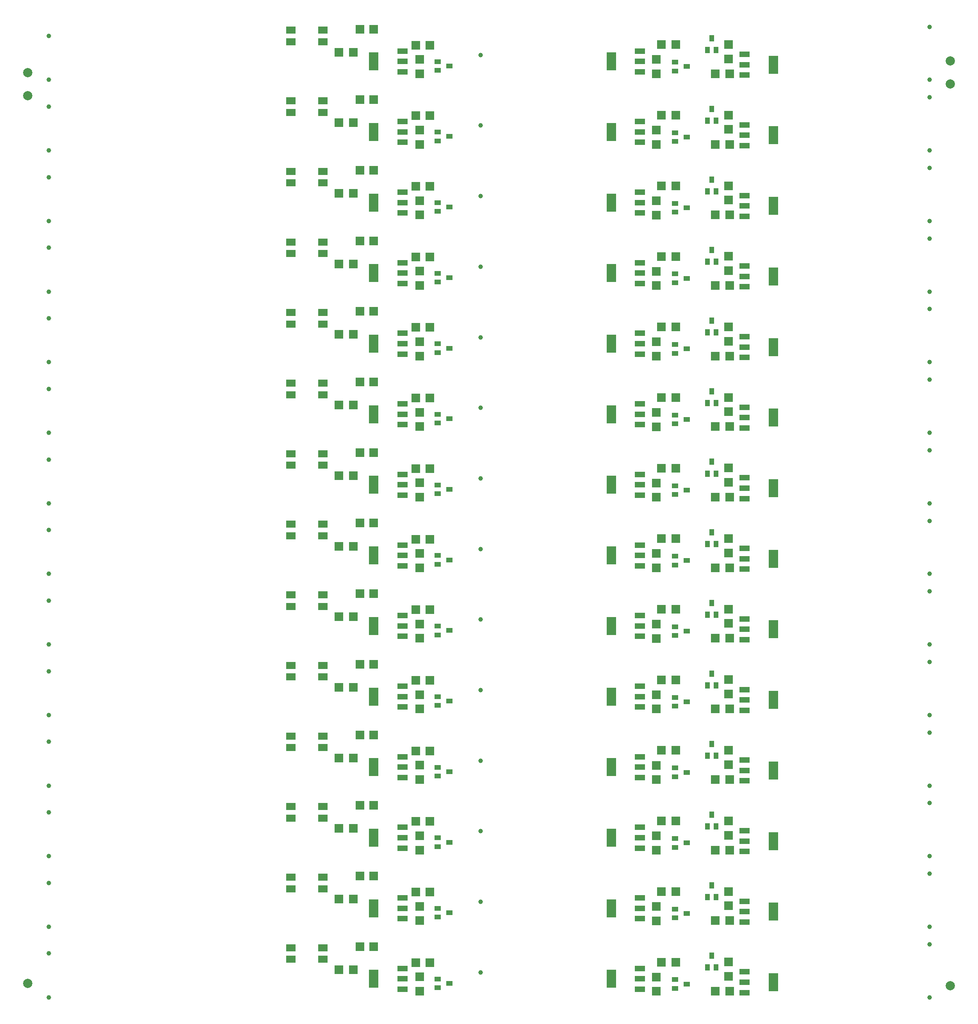
<source format=gtp>
G04 Layer_Color=8421504*
%FSLAX44Y44*%
%MOMM*%
G71*
G01*
G75*
%ADD10C,2.0000*%
%ADD12R,1.8500X1.8500*%
%ADD13R,1.8500X1.8500*%
%ADD14R,1.8500X1.9500*%
%ADD15R,2.3000X1.2000*%
%ADD16R,2.0000X4.0000*%
%ADD17R,1.4000X1.0000*%
%ADD18R,1.0000X1.4000*%
%ADD19R,2.0000X1.5000*%
%ADD21C,1.0000*%
D10*
X2025000Y2050000D02*
D03*
Y2000000D02*
D03*
X25000Y50000D02*
D03*
X2025000Y45000D02*
D03*
X25000Y2025000D02*
D03*
Y1975000D02*
D03*
D12*
X866000Y95250D02*
D03*
X897000D02*
D03*
X1399000Y96250D02*
D03*
X1430000D02*
D03*
X730500Y80000D02*
D03*
X699500D02*
D03*
X1547000Y33250D02*
D03*
X1516000D02*
D03*
X866000Y248250D02*
D03*
X897000D02*
D03*
X1399000Y249250D02*
D03*
X1430000D02*
D03*
X730500Y233000D02*
D03*
X699500D02*
D03*
X1547000Y186250D02*
D03*
X1516000D02*
D03*
X866000Y401250D02*
D03*
X897000D02*
D03*
X1399000Y402250D02*
D03*
X1430000D02*
D03*
X730500Y386000D02*
D03*
X699500D02*
D03*
X1547000Y339250D02*
D03*
X1516000D02*
D03*
X866000Y554250D02*
D03*
X897000D02*
D03*
X1399000Y555250D02*
D03*
X1430000D02*
D03*
X730500Y539000D02*
D03*
X699500D02*
D03*
X1547000Y492250D02*
D03*
X1516000D02*
D03*
X866000Y707250D02*
D03*
X897000D02*
D03*
X1399000Y708250D02*
D03*
X1430000D02*
D03*
X730500Y692000D02*
D03*
X699500D02*
D03*
X1547000Y645250D02*
D03*
X1516000D02*
D03*
X866000Y860250D02*
D03*
X897000D02*
D03*
X1399000Y861250D02*
D03*
X1430000D02*
D03*
X730500Y845000D02*
D03*
X699500D02*
D03*
X1547000Y798250D02*
D03*
X1516000D02*
D03*
X866000Y1013250D02*
D03*
X897000D02*
D03*
X1399000Y1014250D02*
D03*
X1430000D02*
D03*
X730500Y998000D02*
D03*
X699500D02*
D03*
X1547000Y951250D02*
D03*
X1516000D02*
D03*
X866000Y1166250D02*
D03*
X897000D02*
D03*
X1399000Y1167250D02*
D03*
X1430000D02*
D03*
X730500Y1151000D02*
D03*
X699500D02*
D03*
X1547000Y1104250D02*
D03*
X1516000D02*
D03*
X866000Y1319250D02*
D03*
X897000D02*
D03*
X1399000Y1320250D02*
D03*
X1430000D02*
D03*
X730500Y1304000D02*
D03*
X699500D02*
D03*
X1547000Y1257250D02*
D03*
X1516000D02*
D03*
X866000Y1472250D02*
D03*
X897000D02*
D03*
X1399000Y1473250D02*
D03*
X1430000D02*
D03*
X730500Y1457000D02*
D03*
X699500D02*
D03*
X1547000Y1410250D02*
D03*
X1516000D02*
D03*
X866000Y1625250D02*
D03*
X897000D02*
D03*
X1399000Y1626250D02*
D03*
X1430000D02*
D03*
X730500Y1610000D02*
D03*
X699500D02*
D03*
X1547000Y1563250D02*
D03*
X1516000D02*
D03*
X866000Y1778250D02*
D03*
X897000D02*
D03*
X1399000Y1779250D02*
D03*
X1430000D02*
D03*
X730500Y1763000D02*
D03*
X699500D02*
D03*
X1547000Y1716250D02*
D03*
X1516000D02*
D03*
X866000Y1931250D02*
D03*
X897000D02*
D03*
X1399000Y1932250D02*
D03*
X1430000D02*
D03*
X730500Y1916000D02*
D03*
X699500D02*
D03*
X1547000Y1869250D02*
D03*
X1516000D02*
D03*
X866000Y2084250D02*
D03*
X897000D02*
D03*
X1399000Y2085250D02*
D03*
X1430000D02*
D03*
X730500Y2069000D02*
D03*
X699500D02*
D03*
X1547000Y2022250D02*
D03*
X1516000D02*
D03*
D13*
X874500Y33250D02*
D03*
Y64250D02*
D03*
X1388000Y33000D02*
D03*
Y64000D02*
D03*
X1544250Y96500D02*
D03*
Y65500D02*
D03*
X874500Y186250D02*
D03*
Y217250D02*
D03*
X1388000Y186000D02*
D03*
Y217000D02*
D03*
X1544250Y249500D02*
D03*
Y218500D02*
D03*
X874500Y339250D02*
D03*
Y370250D02*
D03*
X1388000Y339000D02*
D03*
Y370000D02*
D03*
X1544250Y402500D02*
D03*
Y371500D02*
D03*
X874500Y492250D02*
D03*
Y523250D02*
D03*
X1388000Y492000D02*
D03*
Y523000D02*
D03*
X1544250Y555500D02*
D03*
Y524500D02*
D03*
X874500Y645250D02*
D03*
Y676250D02*
D03*
X1388000Y645000D02*
D03*
Y676000D02*
D03*
X1544250Y708500D02*
D03*
Y677500D02*
D03*
X874500Y798250D02*
D03*
Y829250D02*
D03*
X1388000Y798000D02*
D03*
Y829000D02*
D03*
X1544250Y861500D02*
D03*
Y830500D02*
D03*
X874500Y951250D02*
D03*
Y982250D02*
D03*
X1388000Y951000D02*
D03*
Y982000D02*
D03*
X1544250Y1014500D02*
D03*
Y983500D02*
D03*
X874500Y1104250D02*
D03*
Y1135250D02*
D03*
X1388000Y1104000D02*
D03*
Y1135000D02*
D03*
X1544250Y1167500D02*
D03*
Y1136500D02*
D03*
X874500Y1257250D02*
D03*
Y1288250D02*
D03*
X1388000Y1257000D02*
D03*
Y1288000D02*
D03*
X1544250Y1320500D02*
D03*
Y1289500D02*
D03*
X874500Y1410250D02*
D03*
Y1441250D02*
D03*
X1388000Y1410000D02*
D03*
Y1441000D02*
D03*
X1544250Y1473500D02*
D03*
Y1442500D02*
D03*
X874500Y1563250D02*
D03*
Y1594250D02*
D03*
X1388000Y1563000D02*
D03*
Y1594000D02*
D03*
X1544250Y1626500D02*
D03*
Y1595500D02*
D03*
X874500Y1716250D02*
D03*
Y1747250D02*
D03*
X1388000Y1716000D02*
D03*
Y1747000D02*
D03*
X1544250Y1779500D02*
D03*
Y1748500D02*
D03*
X874500Y1869250D02*
D03*
Y1900250D02*
D03*
X1388000Y1869000D02*
D03*
Y1900000D02*
D03*
X1544250Y1932500D02*
D03*
Y1901500D02*
D03*
X874500Y2022250D02*
D03*
Y2053250D02*
D03*
X1388000Y2022000D02*
D03*
Y2053000D02*
D03*
X1544250Y2085500D02*
D03*
Y2054500D02*
D03*
D14*
X745000Y130000D02*
D03*
X775000D02*
D03*
X745000Y283000D02*
D03*
X775000D02*
D03*
X745000Y436000D02*
D03*
X775000D02*
D03*
X745000Y589000D02*
D03*
X775000D02*
D03*
X745000Y742000D02*
D03*
X775000D02*
D03*
X745000Y895000D02*
D03*
X775000D02*
D03*
X745000Y1048000D02*
D03*
X775000D02*
D03*
X745000Y1201000D02*
D03*
X775000D02*
D03*
X745000Y1354000D02*
D03*
X775000D02*
D03*
X745000Y1507000D02*
D03*
X775000D02*
D03*
X745000Y1660000D02*
D03*
X775000D02*
D03*
X745000Y1813000D02*
D03*
X775000D02*
D03*
X745000Y1966000D02*
D03*
X775000D02*
D03*
X745000Y2119000D02*
D03*
X775000D02*
D03*
D15*
X837500Y37500D02*
D03*
Y60000D02*
D03*
Y82500D02*
D03*
X1352500Y37500D02*
D03*
Y60000D02*
D03*
Y82500D02*
D03*
X1579250Y75250D02*
D03*
Y52750D02*
D03*
Y30250D02*
D03*
X837500Y190500D02*
D03*
Y213000D02*
D03*
Y235500D02*
D03*
X1352500Y190500D02*
D03*
Y213000D02*
D03*
Y235500D02*
D03*
X1579250Y228250D02*
D03*
Y205750D02*
D03*
Y183250D02*
D03*
X837500Y343500D02*
D03*
Y366000D02*
D03*
Y388500D02*
D03*
X1352500Y343500D02*
D03*
Y366000D02*
D03*
Y388500D02*
D03*
X1579250Y381250D02*
D03*
Y358750D02*
D03*
Y336250D02*
D03*
X837500Y496500D02*
D03*
Y519000D02*
D03*
Y541500D02*
D03*
X1352500Y496500D02*
D03*
Y519000D02*
D03*
Y541500D02*
D03*
X1579250Y534250D02*
D03*
Y511750D02*
D03*
Y489250D02*
D03*
X837500Y649500D02*
D03*
Y672000D02*
D03*
Y694500D02*
D03*
X1352500Y649500D02*
D03*
Y672000D02*
D03*
Y694500D02*
D03*
X1579250Y687250D02*
D03*
Y664750D02*
D03*
Y642250D02*
D03*
X837500Y802500D02*
D03*
Y825000D02*
D03*
Y847500D02*
D03*
X1352500Y802500D02*
D03*
Y825000D02*
D03*
Y847500D02*
D03*
X1579250Y840250D02*
D03*
Y817750D02*
D03*
Y795250D02*
D03*
X837500Y955500D02*
D03*
Y978000D02*
D03*
Y1000500D02*
D03*
X1352500Y955500D02*
D03*
Y978000D02*
D03*
Y1000500D02*
D03*
X1579250Y993250D02*
D03*
Y970750D02*
D03*
Y948250D02*
D03*
X837500Y1108500D02*
D03*
Y1131000D02*
D03*
Y1153500D02*
D03*
X1352500Y1108500D02*
D03*
Y1131000D02*
D03*
Y1153500D02*
D03*
X1579250Y1146250D02*
D03*
Y1123750D02*
D03*
Y1101250D02*
D03*
X837500Y1261500D02*
D03*
Y1284000D02*
D03*
Y1306500D02*
D03*
X1352500Y1261500D02*
D03*
Y1284000D02*
D03*
Y1306500D02*
D03*
X1579250Y1299250D02*
D03*
Y1276750D02*
D03*
Y1254250D02*
D03*
X837500Y1414500D02*
D03*
Y1437000D02*
D03*
Y1459500D02*
D03*
X1352500Y1414500D02*
D03*
Y1437000D02*
D03*
Y1459500D02*
D03*
X1579250Y1452250D02*
D03*
Y1429750D02*
D03*
Y1407250D02*
D03*
X837500Y1567500D02*
D03*
Y1590000D02*
D03*
Y1612500D02*
D03*
X1352500Y1567500D02*
D03*
Y1590000D02*
D03*
Y1612500D02*
D03*
X1579250Y1605250D02*
D03*
Y1582750D02*
D03*
Y1560250D02*
D03*
X837500Y1720500D02*
D03*
Y1743000D02*
D03*
Y1765500D02*
D03*
X1352500Y1720500D02*
D03*
Y1743000D02*
D03*
Y1765500D02*
D03*
X1579250Y1758250D02*
D03*
Y1735750D02*
D03*
Y1713250D02*
D03*
X837500Y1873500D02*
D03*
Y1896000D02*
D03*
Y1918500D02*
D03*
X1352500Y1873500D02*
D03*
Y1896000D02*
D03*
Y1918500D02*
D03*
X1579250Y1911250D02*
D03*
Y1888750D02*
D03*
Y1866250D02*
D03*
X837500Y2026500D02*
D03*
Y2049000D02*
D03*
Y2071500D02*
D03*
X1352500Y2026500D02*
D03*
Y2049000D02*
D03*
Y2071500D02*
D03*
X1579250Y2064250D02*
D03*
Y2041750D02*
D03*
Y2019250D02*
D03*
D16*
X775000Y60000D02*
D03*
X1290000D02*
D03*
X1641750Y52750D02*
D03*
X775000Y213000D02*
D03*
X1290000D02*
D03*
X1641750Y205750D02*
D03*
X775000Y366000D02*
D03*
X1290000D02*
D03*
X1641750Y358750D02*
D03*
X775000Y519000D02*
D03*
X1290000D02*
D03*
X1641750Y511750D02*
D03*
X775000Y672000D02*
D03*
X1290000D02*
D03*
X1641750Y664750D02*
D03*
X775000Y825000D02*
D03*
X1290000D02*
D03*
X1641750Y817750D02*
D03*
X775000Y978000D02*
D03*
X1290000D02*
D03*
X1641750Y970750D02*
D03*
X775000Y1131000D02*
D03*
X1290000D02*
D03*
X1641750Y1123750D02*
D03*
X775000Y1284000D02*
D03*
X1290000D02*
D03*
X1641750Y1276750D02*
D03*
X775000Y1437000D02*
D03*
X1290000D02*
D03*
X1641750Y1429750D02*
D03*
X775000Y1590000D02*
D03*
X1290000D02*
D03*
X1641750Y1582750D02*
D03*
X775000Y1743000D02*
D03*
X1290000D02*
D03*
X1641750Y1735750D02*
D03*
X775000Y1896000D02*
D03*
X1290000D02*
D03*
X1641750Y1888750D02*
D03*
X775000Y2049000D02*
D03*
X1290000D02*
D03*
X1641750Y2041750D02*
D03*
D17*
X939250Y50250D02*
D03*
X913750Y40750D02*
D03*
Y59750D02*
D03*
X1453500Y48750D02*
D03*
X1428000Y39250D02*
D03*
Y58250D02*
D03*
X939250Y203250D02*
D03*
X913750Y193750D02*
D03*
Y212750D02*
D03*
X1453500Y201750D02*
D03*
X1428000Y192250D02*
D03*
Y211250D02*
D03*
X939250Y356250D02*
D03*
X913750Y346750D02*
D03*
Y365750D02*
D03*
X1453500Y354750D02*
D03*
X1428000Y345250D02*
D03*
Y364250D02*
D03*
X939250Y509250D02*
D03*
X913750Y499750D02*
D03*
Y518750D02*
D03*
X1453500Y507750D02*
D03*
X1428000Y498250D02*
D03*
Y517250D02*
D03*
X939250Y662250D02*
D03*
X913750Y652750D02*
D03*
Y671750D02*
D03*
X1453500Y660750D02*
D03*
X1428000Y651250D02*
D03*
Y670250D02*
D03*
X939250Y815250D02*
D03*
X913750Y805750D02*
D03*
Y824750D02*
D03*
X1453500Y813750D02*
D03*
X1428000Y804250D02*
D03*
Y823250D02*
D03*
X939250Y968250D02*
D03*
X913750Y958750D02*
D03*
Y977750D02*
D03*
X1453500Y966750D02*
D03*
X1428000Y957250D02*
D03*
Y976250D02*
D03*
X939250Y1121250D02*
D03*
X913750Y1111750D02*
D03*
Y1130750D02*
D03*
X1453500Y1119750D02*
D03*
X1428000Y1110250D02*
D03*
Y1129250D02*
D03*
X939250Y1274250D02*
D03*
X913750Y1264750D02*
D03*
Y1283750D02*
D03*
X1453500Y1272750D02*
D03*
X1428000Y1263250D02*
D03*
Y1282250D02*
D03*
X939250Y1427250D02*
D03*
X913750Y1417750D02*
D03*
Y1436750D02*
D03*
X1453500Y1425750D02*
D03*
X1428000Y1416250D02*
D03*
Y1435250D02*
D03*
X939250Y1580250D02*
D03*
X913750Y1570750D02*
D03*
Y1589750D02*
D03*
X1453500Y1578750D02*
D03*
X1428000Y1569250D02*
D03*
Y1588250D02*
D03*
X939250Y1733250D02*
D03*
X913750Y1723750D02*
D03*
Y1742750D02*
D03*
X1453500Y1731750D02*
D03*
X1428000Y1722250D02*
D03*
Y1741250D02*
D03*
X939250Y1886250D02*
D03*
X913750Y1876750D02*
D03*
Y1895750D02*
D03*
X1453500Y1884750D02*
D03*
X1428000Y1875250D02*
D03*
Y1894250D02*
D03*
X939250Y2039250D02*
D03*
X913750Y2029750D02*
D03*
Y2048750D02*
D03*
X1453500Y2037750D02*
D03*
X1428000Y2028250D02*
D03*
Y2047250D02*
D03*
D18*
X1507750Y110000D02*
D03*
X1517250Y84500D02*
D03*
X1498250D02*
D03*
X1507750Y263000D02*
D03*
X1517250Y237500D02*
D03*
X1498250D02*
D03*
X1507750Y416000D02*
D03*
X1517250Y390500D02*
D03*
X1498250D02*
D03*
X1507750Y569000D02*
D03*
X1517250Y543500D02*
D03*
X1498250D02*
D03*
X1507750Y722000D02*
D03*
X1517250Y696500D02*
D03*
X1498250D02*
D03*
X1507750Y875000D02*
D03*
X1517250Y849500D02*
D03*
X1498250D02*
D03*
X1507750Y1028000D02*
D03*
X1517250Y1002500D02*
D03*
X1498250D02*
D03*
X1507750Y1181000D02*
D03*
X1517250Y1155500D02*
D03*
X1498250D02*
D03*
X1507750Y1334000D02*
D03*
X1517250Y1308500D02*
D03*
X1498250D02*
D03*
X1507750Y1487000D02*
D03*
X1517250Y1461500D02*
D03*
X1498250D02*
D03*
X1507750Y1640000D02*
D03*
X1517250Y1614500D02*
D03*
X1498250D02*
D03*
X1507750Y1793000D02*
D03*
X1517250Y1767500D02*
D03*
X1498250D02*
D03*
X1507750Y1946000D02*
D03*
X1517250Y1920500D02*
D03*
X1498250D02*
D03*
X1507750Y2099000D02*
D03*
X1517250Y2073500D02*
D03*
X1498250D02*
D03*
D19*
X665000Y127500D02*
D03*
Y102500D02*
D03*
X595000Y127500D02*
D03*
Y102500D02*
D03*
X665000Y280500D02*
D03*
Y255500D02*
D03*
X595000Y280500D02*
D03*
Y255500D02*
D03*
X665000Y433500D02*
D03*
Y408500D02*
D03*
X595000Y433500D02*
D03*
Y408500D02*
D03*
X665000Y586500D02*
D03*
Y561500D02*
D03*
X595000Y586500D02*
D03*
Y561500D02*
D03*
X665000Y739500D02*
D03*
Y714500D02*
D03*
X595000Y739500D02*
D03*
Y714500D02*
D03*
X665000Y892500D02*
D03*
Y867500D02*
D03*
X595000Y892500D02*
D03*
Y867500D02*
D03*
X665000Y1045500D02*
D03*
Y1020500D02*
D03*
X595000Y1045500D02*
D03*
Y1020500D02*
D03*
X665000Y1198500D02*
D03*
Y1173500D02*
D03*
X595000Y1198500D02*
D03*
Y1173500D02*
D03*
X665000Y1351500D02*
D03*
Y1326500D02*
D03*
X595000Y1351500D02*
D03*
Y1326500D02*
D03*
X665000Y1504500D02*
D03*
Y1479500D02*
D03*
X595000Y1504500D02*
D03*
Y1479500D02*
D03*
X665000Y1657500D02*
D03*
Y1632500D02*
D03*
X595000Y1657500D02*
D03*
Y1632500D02*
D03*
X665000Y1810500D02*
D03*
Y1785500D02*
D03*
X595000Y1810500D02*
D03*
Y1785500D02*
D03*
X665000Y1963500D02*
D03*
Y1938500D02*
D03*
X595000Y1963500D02*
D03*
Y1938500D02*
D03*
X665000Y2116500D02*
D03*
Y2091500D02*
D03*
X595000Y2116500D02*
D03*
Y2091500D02*
D03*
D21*
X70000Y20000D02*
D03*
Y115000D02*
D03*
X1980000Y135000D02*
D03*
Y20000D02*
D03*
X1006500Y74000D02*
D03*
X70000Y173000D02*
D03*
Y268000D02*
D03*
X1980000Y288000D02*
D03*
Y173000D02*
D03*
X1006500Y227000D02*
D03*
X70000Y326000D02*
D03*
Y421000D02*
D03*
X1980000Y441000D02*
D03*
Y326000D02*
D03*
X1006500Y380000D02*
D03*
X70000Y479000D02*
D03*
Y574000D02*
D03*
X1980000Y594000D02*
D03*
Y479000D02*
D03*
X1006500Y533000D02*
D03*
X70000Y632000D02*
D03*
Y727000D02*
D03*
X1980000Y747000D02*
D03*
Y632000D02*
D03*
X1006500Y686000D02*
D03*
X70000Y785000D02*
D03*
Y880000D02*
D03*
X1980000Y900000D02*
D03*
Y785000D02*
D03*
X1006500Y839000D02*
D03*
X70000Y938000D02*
D03*
Y1033000D02*
D03*
X1980000Y1053000D02*
D03*
Y938000D02*
D03*
X1006500Y992000D02*
D03*
X70000Y1091000D02*
D03*
Y1186000D02*
D03*
X1980000Y1206000D02*
D03*
Y1091000D02*
D03*
X1006500Y1145000D02*
D03*
X70000Y1244000D02*
D03*
Y1339000D02*
D03*
X1980000Y1359000D02*
D03*
Y1244000D02*
D03*
X1006500Y1298000D02*
D03*
X70000Y1397000D02*
D03*
Y1492000D02*
D03*
X1980000Y1512000D02*
D03*
Y1397000D02*
D03*
X1006500Y1451000D02*
D03*
X70000Y1550000D02*
D03*
Y1645000D02*
D03*
X1980000Y1665000D02*
D03*
Y1550000D02*
D03*
X1006500Y1604000D02*
D03*
X70000Y1703000D02*
D03*
Y1798000D02*
D03*
X1980000Y1818000D02*
D03*
Y1703000D02*
D03*
X1006500Y1757000D02*
D03*
X70000Y1856000D02*
D03*
Y1951000D02*
D03*
X1980000Y1971000D02*
D03*
Y1856000D02*
D03*
X1006500Y1910000D02*
D03*
X70000Y2009000D02*
D03*
Y2104000D02*
D03*
X1980000Y2124000D02*
D03*
Y2009000D02*
D03*
X1006500Y2063000D02*
D03*
M02*

</source>
